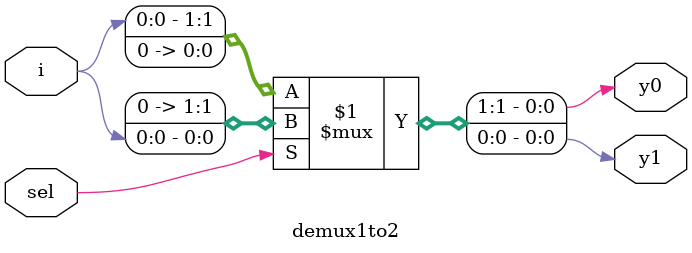
<source format=v>
module demux1to2( input i, sel,
                 output y0, y1);
  
  assign {y0, y1} = sel ? {1'b0,i} : {i,1'b0};
  
endmodule

</source>
